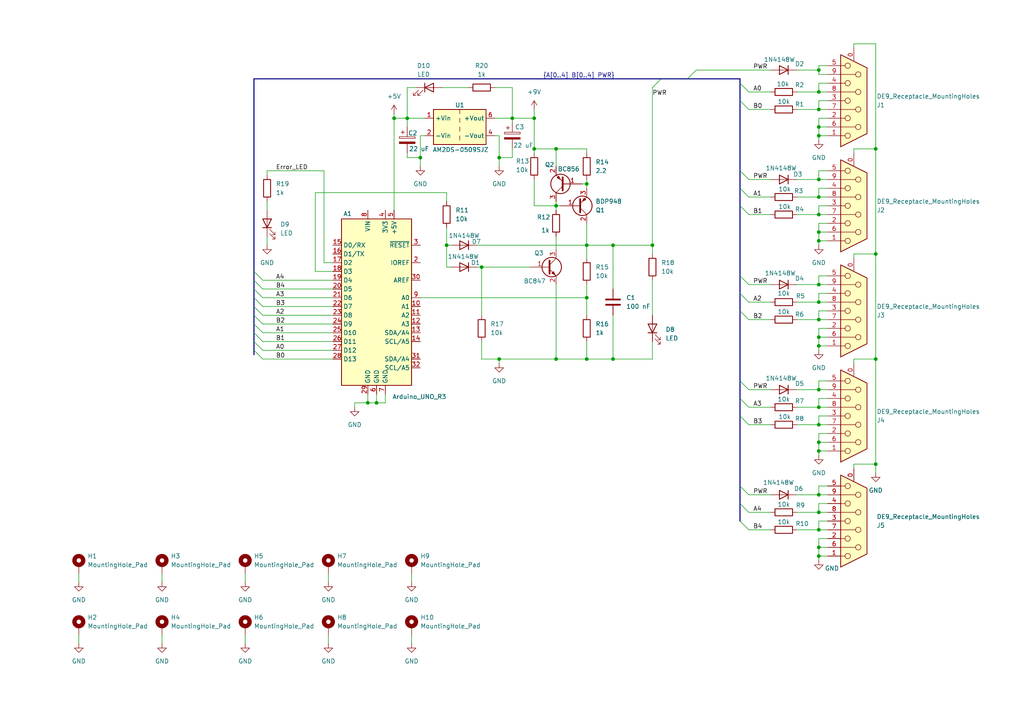
<source format=kicad_sch>
(kicad_sch (version 20250114) (generator "eeschema") (generator_version "9.0")
  (paper "A4")
  (title_block (title "Coordinate Measurement Arm Logic Board") (date "2024-07-18") (rev "0.1") (company "HTW Dresden"))
  (junction (at 237.49 57.15))
  (junction (at 170.18 71.12))
  (junction (at 148.59 34.29))
  (junction (at 154.94 43.18))
  (junction (at 237.49 39.37))
  (junction (at 237.49 20.32))
  (junction (at 177.8 104.14))
  (junction (at 237.49 52.07))
  (junction (at 254 43.18))
  (junction (at 121.92 45.72))
  (junction (at 237.49 26.67))
  (junction (at 154.94 34.29))
  (junction (at 237.49 148.59))
  (junction (at 237.49 153.67))
  (junction (at 170.18 86.36))
  (junction (at 139.7 77.47))
  (junction (at 237.49 69.85))
  (junction (at 170.18 104.14))
  (junction (at 237.49 161.29))
  (junction (at 237.49 82.55))
  (junction (at 237.49 92.71))
  (junction (at 237.49 113.03))
  (junction (at 237.49 62.23))
  (junction (at 161.29 59.69))
  (junction (at 254 104.14))
  (junction (at 237.49 36.83))
  (junction (at 109.22 116.84))
  (junction (at 237.49 100.33))
  (junction (at 170.18 53.34))
  (junction (at 161.29 104.14))
  (junction (at 237.49 87.63))
  (junction (at 237.49 97.79))
  (junction (at 237.49 123.19))
  (junction (at 189.23 71.12))
  (junction (at 237.49 31.75))
  (junction (at 237.49 128.27))
  (junction (at 254 73.66))
  (junction (at 237.49 118.11))
  (junction (at 114.3 34.29))
  (junction (at 118.11 34.29))
  (junction (at 129.54 71.12))
  (junction (at 161.29 43.18))
  (junction (at 237.49 158.75))
  (junction (at 144.78 104.14))
  (junction (at 237.49 143.51))
  (junction (at 177.8 71.12))
  (junction (at 254 134.62))
  (junction (at 144.78 45.72))
  (junction (at 237.49 130.81))
  (junction (at 237.49 67.31))
  (junction (at 106.68 116.84))
  (bus_entry (at 214.63 59.69) (size 2.54 2.54))
  (bus_entry (at 73.66 93.98) (size 2.54 2.54))
  (bus_entry (at 73.66 88.9) (size 2.54 2.54))
  (bus_entry (at 214.63 90.17) (size 2.54 2.54))
  (bus_entry (at 214.63 29.21) (size 2.54 2.54))
  (bus_entry (at 214.63 85.09) (size 2.54 2.54))
  (bus_entry (at 73.66 99.06) (size 2.54 2.54))
  (bus_entry (at 214.63 80.01) (size 2.54 2.54))
  (bus_entry (at 214.63 24.13) (size 2.54 2.54))
  (bus_entry (at 73.66 83.82) (size 2.54 2.54))
  (bus_entry (at 73.66 86.36) (size 2.54 2.54))
  (bus_entry (at 214.63 54.61) (size 2.54 2.54))
  (bus_entry (at 73.66 96.52) (size 2.54 2.54))
  (bus_entry (at 191.77 22.86) (size -2.54 2.54))
  (bus_entry (at 73.66 91.44) (size 2.54 2.54))
  (bus_entry (at 214.63 120.65) (size 2.54 2.54))
  (bus_entry (at 214.63 115.57) (size 2.54 2.54))
  (bus_entry (at 73.66 101.6) (size 2.54 2.54))
  (bus_entry (at 214.63 146.05) (size 2.54 2.54))
  (bus_entry (at 73.66 81.28) (size 2.54 2.54))
  (bus_entry (at 199.39 22.86) (size 2.54 -2.54))
  (bus_entry (at 214.63 110.49) (size 2.54 2.54))
  (bus_entry (at 73.66 78.74) (size 2.54 2.54))
  (bus_entry (at 214.63 151.13) (size 2.54 2.54))
  (bus_entry (at 214.63 140.97) (size 2.54 2.54))
  (bus_entry (at 214.63 49.53) (size 2.54 2.54))
  (wire (pts (xy 237.49 20.32) (xy 237.49 19.05)))
  (wire (pts (xy 237.49 36.83) (xy 240.03 36.83)))
  (wire (pts (xy 240.03 153.67) (xy 237.49 153.67)))
  (wire (pts (xy 114.3 60.96) (xy 114.3 34.29)))
  (wire (pts (xy 240.03 57.15) (xy 237.49 57.15)))
  (wire (pts (xy 217.17 82.55) (xy 223.52 82.55)))
  (wire (pts (xy 240.03 130.81) (xy 237.49 130.81)))
  (wire (pts (xy 237.49 125.73) (xy 237.49 128.27)))
  (wire (pts (xy 161.29 59.69) (xy 154.94 59.69)))
  (wire (pts (xy 237.49 161.29) (xy 237.49 162.56)))
  (wire (pts (xy 118.11 34.29) (xy 118.11 36.83)))
  (wire (pts (xy 161.29 59.69) (xy 161.29 60.96)))
  (wire (pts (xy 170.18 64.77) (xy 170.18 71.12)))
  (wire (pts (xy 76.2 93.98) (xy 96.52 93.98)))
  (wire (pts (xy 247.65 104.14) (xy 254 104.14)))
  (wire (pts (xy 118.11 45.72) (xy 121.92 45.72)))
  (wire (pts (xy 129.54 77.47) (xy 130.81 77.47)))
  (wire (pts (xy 217.17 26.67) (xy 223.52 26.67)))
  (bus (pts (xy 73.66 81.28) (xy 73.66 83.82)))
  (wire (pts (xy 22.86 184.15) (xy 22.86 186.69)))
  (wire (pts (xy 217.17 62.23) (xy 223.52 62.23)))
  (wire (pts (xy 106.68 116.84) (xy 102.87 116.84)))
  (bus (pts (xy 73.66 96.52) (xy 73.66 99.06)))
  (wire (pts (xy 240.03 123.19) (xy 237.49 123.19)))
  (wire (pts (xy 201.93 20.32) (xy 223.52 20.32)))
  (wire (pts (xy 240.03 156.21) (xy 237.49 156.21)))
  (bus (pts (xy 214.63 22.86) (xy 214.63 24.13)))
  (wire (pts (xy 144.78 39.37) (xy 144.78 45.72)))
  (wire (pts (xy 237.49 82.55) (xy 237.49 80.01)))
  (wire (pts (xy 231.14 92.71) (xy 237.49 92.71)))
  (bus (pts (xy 214.63 146.05) (xy 214.63 151.13)))
  (wire (pts (xy 240.03 100.33) (xy 237.49 100.33)))
  (wire (pts (xy 247.65 12.7) (xy 247.65 13.97)))
  (bus (pts (xy 73.66 22.86) (xy 73.66 78.74)))
  (wire (pts (xy 76.2 88.9) (xy 96.52 88.9)))
  (wire (pts (xy 237.49 146.05) (xy 240.03 146.05)))
  (wire (pts (xy 237.49 120.65) (xy 240.03 120.65)))
  (wire (pts (xy 91.44 78.74) (xy 96.52 78.74)))
  (bus (pts (xy 214.63 120.65) (xy 214.63 140.97)))
  (wire (pts (xy 138.43 71.12) (xy 170.18 71.12)))
  (wire (pts (xy 240.03 52.07) (xy 237.49 52.07)))
  (wire (pts (xy 237.49 31.75) (xy 237.49 29.21)))
  (wire (pts (xy 247.65 135.89) (xy 247.65 134.62)))
  (wire (pts (xy 148.59 34.29) (xy 154.94 34.29)))
  (wire (pts (xy 170.18 104.14) (xy 177.8 104.14)))
  (wire (pts (xy 170.18 53.34) (xy 170.18 54.61)))
  (wire (pts (xy 254 73.66) (xy 254 43.18)))
  (bus (pts (xy 73.66 101.6) (xy 73.66 102.87)))
  (wire (pts (xy 237.49 113.03) (xy 237.49 110.49)))
  (wire (pts (xy 237.49 146.05) (xy 237.49 148.59)))
  (wire (pts (xy 237.49 19.05) (xy 240.03 19.05)))
  (wire (pts (xy 217.17 113.03) (xy 223.52 113.03)))
  (wire (pts (xy 231.14 148.59) (xy 237.49 148.59)))
  (wire (pts (xy 129.54 71.12) (xy 130.81 71.12)))
  (wire (pts (xy 217.17 123.19) (xy 223.52 123.19)))
  (wire (pts (xy 119.38 166.37) (xy 119.38 168.91)))
  (wire (pts (xy 76.2 86.36) (xy 96.52 86.36)))
  (wire (pts (xy 161.29 104.14) (xy 170.18 104.14)))
  (wire (pts (xy 240.03 82.55) (xy 237.49 82.55)))
  (wire (pts (xy 121.92 48.26) (xy 121.92 45.72)))
  (wire (pts (xy 240.03 21.59) (xy 237.49 21.59)))
  (wire (pts (xy 254 43.18) (xy 254 12.7)))
  (wire (pts (xy 189.23 81.28) (xy 189.23 91.44)))
  (wire (pts (xy 217.17 118.11) (xy 223.52 118.11)))
  (wire (pts (xy 237.49 49.53) (xy 240.03 49.53)))
  (wire (pts (xy 237.49 128.27) (xy 240.03 128.27)))
  (wire (pts (xy 217.17 153.67) (xy 223.52 153.67)))
  (wire (pts (xy 177.8 91.44) (xy 177.8 104.14)))
  (wire (pts (xy 237.49 95.25) (xy 237.49 97.79)))
  (bus (pts (xy 73.66 93.98) (xy 73.66 96.52)))
  (wire (pts (xy 217.17 31.75) (xy 223.52 31.75)))
  (wire (pts (xy 77.47 71.12) (xy 77.47 68.58)))
  (wire (pts (xy 139.7 104.14) (xy 144.78 104.14)))
  (wire (pts (xy 114.3 33.02) (xy 114.3 34.29)))
  (wire (pts (xy 22.86 166.37) (xy 22.86 168.91)))
  (wire (pts (xy 240.03 143.51) (xy 237.49 143.51)))
  (wire (pts (xy 106.68 116.84) (xy 109.22 116.84)))
  (wire (pts (xy 237.49 128.27) (xy 237.49 130.81)))
  (wire (pts (xy 95.25 166.37) (xy 95.25 168.91)))
  (wire (pts (xy 240.03 92.71) (xy 237.49 92.71)))
  (wire (pts (xy 237.49 29.21) (xy 240.03 29.21)))
  (wire (pts (xy 237.49 115.57) (xy 240.03 115.57)))
  (wire (pts (xy 77.47 50.8) (xy 77.47 49.53)))
  (wire (pts (xy 237.49 158.75) (xy 240.03 158.75)))
  (wire (pts (xy 240.03 113.03) (xy 237.49 113.03)))
  (wire (pts (xy 154.94 52.07) (xy 154.94 59.69)))
  (wire (pts (xy 177.8 71.12) (xy 189.23 71.12)))
  (wire (pts (xy 254 134.62) (xy 254 104.14)))
  (wire (pts (xy 237.49 62.23) (xy 237.49 59.69)))
  (wire (pts (xy 237.49 54.61) (xy 237.49 57.15)))
  (wire (pts (xy 237.49 59.69) (xy 240.03 59.69)))
  (wire (pts (xy 237.49 67.31) (xy 240.03 67.31)))
  (wire (pts (xy 217.17 87.63) (xy 223.52 87.63)))
  (wire (pts (xy 231.14 62.23) (xy 237.49 62.23)))
  (wire (pts (xy 118.11 25.4) (xy 118.11 34.29)))
  (wire (pts (xy 154.94 43.18) (xy 161.29 43.18)))
  (bus (pts (xy 214.63 80.01) (xy 214.63 85.09)))
  (wire (pts (xy 71.12 166.37) (xy 71.12 168.91)))
  (wire (pts (xy 247.65 134.62) (xy 254 134.62)))
  (wire (pts (xy 254 12.7) (xy 247.65 12.7)))
  (wire (pts (xy 161.29 58.42) (xy 161.29 59.69)))
  (bus (pts (xy 214.63 49.53) (xy 214.63 54.61)))
  (wire (pts (xy 170.18 71.12) (xy 177.8 71.12)))
  (wire (pts (xy 217.17 148.59) (xy 223.52 148.59)))
  (wire (pts (xy 240.03 161.29) (xy 237.49 161.29)))
  (bus (pts (xy 73.66 86.36) (xy 73.66 88.9)))
  (wire (pts (xy 144.78 45.72) (xy 148.59 45.72)))
  (wire (pts (xy 76.2 104.14) (xy 96.52 104.14)))
  (wire (pts (xy 109.22 116.84) (xy 111.76 116.84)))
  (wire (pts (xy 231.14 123.19) (xy 237.49 123.19)))
  (wire (pts (xy 76.2 81.28) (xy 96.52 81.28)))
  (wire (pts (xy 237.49 115.57) (xy 237.49 118.11)))
  (wire (pts (xy 237.49 130.81) (xy 237.49 132.08)))
  (wire (pts (xy 231.14 20.32) (xy 237.49 20.32)))
  (wire (pts (xy 237.49 156.21) (xy 237.49 158.75)))
  (wire (pts (xy 247.65 74.93) (xy 247.65 73.66)))
  (wire (pts (xy 237.49 24.13) (xy 237.49 26.67)))
  (wire (pts (xy 231.14 57.15) (xy 237.49 57.15)))
  (wire (pts (xy 237.49 97.79) (xy 237.49 100.33)))
  (wire (pts (xy 237.49 21.59) (xy 237.49 20.32)))
  (bus (pts (xy 214.63 54.61) (xy 214.63 59.69)))
  (wire (pts (xy 240.03 118.11) (xy 237.49 118.11)))
  (wire (pts (xy 76.2 83.82) (xy 96.52 83.82)))
  (wire (pts (xy 76.2 96.52) (xy 96.52 96.52)))
  (bus (pts (xy 73.66 78.74) (xy 73.66 81.28)))
  (wire (pts (xy 237.49 39.37) (xy 237.49 40.64)))
  (wire (pts (xy 154.94 34.29) (xy 154.94 43.18)))
  (wire (pts (xy 154.94 31.75) (xy 154.94 34.29)))
  (bus (pts (xy 214.63 29.21) (xy 214.63 49.53)))
  (wire (pts (xy 170.18 71.12) (xy 170.18 74.93)))
  (wire (pts (xy 162.56 59.69) (xy 161.29 59.69)))
  (wire (pts (xy 237.49 36.83) (xy 237.49 39.37)))
  (wire (pts (xy 247.65 44.45) (xy 247.65 43.18)))
  (wire (pts (xy 247.65 43.18) (xy 254 43.18)))
  (wire (pts (xy 217.17 52.07) (xy 223.52 52.07)))
  (wire (pts (xy 240.03 62.23) (xy 237.49 62.23)))
  (wire (pts (xy 95.25 184.15) (xy 95.25 186.69)))
  (wire (pts (xy 148.59 34.29) (xy 148.59 35.56)))
  (wire (pts (xy 148.59 34.29) (xy 148.59 25.4)))
  (wire (pts (xy 237.49 85.09) (xy 237.49 87.63)))
  (wire (pts (xy 231.14 26.67) (xy 237.49 26.67)))
  (wire (pts (xy 139.7 77.47) (xy 153.67 77.47)))
  (bus (pts (xy 214.63 110.49) (xy 214.63 115.57)))
  (wire (pts (xy 237.49 140.97) (xy 240.03 140.97)))
  (wire (pts (xy 254 134.62) (xy 254 137.16)))
  (wire (pts (xy 144.78 104.14) (xy 161.29 104.14)))
  (wire (pts (xy 231.14 87.63) (xy 237.49 87.63)))
  (wire (pts (xy 240.03 87.63) (xy 237.49 87.63)))
  (wire (pts (xy 240.03 31.75) (xy 237.49 31.75)))
  (wire (pts (xy 237.49 110.49) (xy 240.03 110.49)))
  (wire (pts (xy 77.47 49.53) (xy 93.98 49.53)))
  (bus (pts (xy 214.63 90.17) (xy 214.63 110.49)))
  (wire (pts (xy 121.92 86.36) (xy 170.18 86.36)))
  (wire (pts (xy 93.98 76.2) (xy 96.52 76.2)))
  (wire (pts (xy 91.44 55.88) (xy 91.44 78.74)))
  (wire (pts (xy 109.22 114.3) (xy 109.22 116.84)))
  (wire (pts (xy 237.49 24.13) (xy 240.03 24.13)))
  (wire (pts (xy 121.92 45.72) (xy 121.92 39.37)))
  (wire (pts (xy 237.49 34.29) (xy 237.49 36.83)))
  (bus (pts (xy 73.66 22.86) (xy 191.77 22.86)))
  (wire (pts (xy 240.03 64.77) (xy 237.49 64.77)))
  (bus (pts (xy 73.66 91.44) (xy 73.66 93.98)))
  (wire (pts (xy 111.76 114.3) (xy 111.76 116.84)))
  (wire (pts (xy 143.51 34.29) (xy 148.59 34.29)))
  (bus (pts (xy 214.63 24.13) (xy 214.63 29.21)))
  (wire (pts (xy 237.49 69.85) (xy 237.49 71.12)))
  (wire (pts (xy 237.49 64.77) (xy 237.49 67.31)))
  (wire (pts (xy 119.38 184.15) (xy 119.38 186.69)))
  (bus (pts (xy 73.66 99.06) (xy 73.66 101.6)))
  (wire (pts (xy 144.78 48.26) (xy 144.78 45.72)))
  (wire (pts (xy 121.92 39.37) (xy 123.19 39.37)))
  (wire (pts (xy 237.49 52.07) (xy 237.49 49.53)))
  (wire (pts (xy 240.03 34.29) (xy 237.49 34.29)))
  (wire (pts (xy 170.18 43.18) (xy 170.18 44.45)))
  (wire (pts (xy 237.49 85.09) (xy 240.03 85.09)))
  (bus (pts (xy 191.77 22.86) (xy 199.39 22.86)))
  (wire (pts (xy 231.14 143.51) (xy 237.49 143.51)))
  (bus (pts (xy 73.66 83.82) (xy 73.66 86.36)))
  (wire (pts (xy 237.49 54.61) (xy 240.03 54.61)))
  (wire (pts (xy 77.47 60.96) (xy 77.47 58.42)))
  (wire (pts (xy 247.65 105.41) (xy 247.65 104.14)))
  (wire (pts (xy 120.65 25.4) (xy 118.11 25.4)))
  (wire (pts (xy 139.7 99.06) (xy 139.7 104.14)))
  (wire (pts (xy 76.2 101.6) (xy 96.52 101.6)))
  (wire (pts (xy 161.29 43.18) (xy 161.29 48.26)))
  (wire (pts (xy 71.12 184.15) (xy 71.12 186.69)))
  (wire (pts (xy 189.23 104.14) (xy 177.8 104.14)))
  (wire (pts (xy 237.49 143.51) (xy 237.49 140.97)))
  (wire (pts (xy 170.18 82.55) (xy 170.18 86.36)))
  (wire (pts (xy 76.2 91.44) (xy 96.52 91.44)))
  (wire (pts (xy 231.14 31.75) (xy 237.49 31.75)))
  (wire (pts (xy 144.78 105.41) (xy 144.78 104.14)))
  (wire (pts (xy 189.23 25.4) (xy 189.23 71.12)))
  (wire (pts (xy 189.23 71.12) (xy 189.23 73.66)))
  (wire (pts (xy 114.3 34.29) (xy 118.11 34.29)))
  (wire (pts (xy 148.59 25.4) (xy 143.51 25.4)))
  (wire (pts (xy 170.18 99.06) (xy 170.18 104.14)))
  (wire (pts (xy 240.03 125.73) (xy 237.49 125.73)))
  (wire (pts (xy 217.17 143.51) (xy 223.52 143.51)))
  (wire (pts (xy 240.03 148.59) (xy 237.49 148.59)))
  (wire (pts (xy 177.8 71.12) (xy 177.8 83.82)))
  (wire (pts (xy 93.98 49.53) (xy 93.98 76.2)))
  (wire (pts (xy 139.7 77.47) (xy 139.7 91.44)))
  (wire (pts (xy 129.54 55.88) (xy 91.44 55.88)))
  (wire (pts (xy 237.49 90.17) (xy 240.03 90.17)))
  (wire (pts (xy 143.51 39.37) (xy 144.78 39.37)))
  (wire (pts (xy 237.49 123.19) (xy 237.49 120.65)))
  (bus (pts (xy 214.63 115.57) (xy 214.63 120.65)))
  (wire (pts (xy 237.49 158.75) (xy 237.49 161.29)))
  (wire (pts (xy 46.99 166.37) (xy 46.99 168.91)))
  (wire (pts (xy 46.99 184.15) (xy 46.99 186.69)))
  (wire (pts (xy 129.54 77.47) (xy 129.54 71.12)))
  (wire (pts (xy 231.14 82.55) (xy 237.49 82.55)))
  (wire (pts (xy 106.68 114.3) (xy 106.68 116.84)))
  (wire (pts (xy 135.89 25.4) (xy 128.27 25.4)))
  (bus (pts (xy 214.63 85.09) (xy 214.63 90.17)))
  (wire (pts (xy 154.94 43.18) (xy 154.94 44.45)))
  (wire (pts (xy 237.49 92.71) (xy 237.49 90.17)))
  (wire (pts (xy 168.91 53.34) (xy 170.18 53.34)))
  (bus (pts (xy 214.63 140.97) (xy 214.63 146.05)))
  (bus (pts (xy 199.39 22.86) (xy 214.63 22.86)))
  (wire (pts (xy 170.18 52.07) (xy 170.18 53.34)))
  (wire (pts (xy 118.11 44.45) (xy 118.11 45.72)))
  (wire (pts (xy 148.59 43.18) (xy 148.59 45.72)))
  (wire (pts (xy 231.14 153.67) (xy 237.49 153.67)))
  (wire (pts (xy 170.18 86.36) (xy 170.18 91.44)))
  (wire (pts (xy 189.23 99.06) (xy 189.23 104.14)))
  (wire (pts (xy 237.49 151.13) (xy 240.03 151.13)))
  (wire (pts (xy 129.54 58.42) (xy 129.54 55.88)))
  (bus (pts (xy 214.63 59.69) (xy 214.63 80.01)))
  (wire (pts (xy 231.14 52.07) (xy 237.49 52.07)))
  (wire (pts (xy 161.29 82.55) (xy 161.29 104.14)))
  (wire (pts (xy 217.17 92.71) (xy 223.52 92.71)))
  (wire (pts (xy 237.49 67.31) (xy 237.49 69.85)))
  (wire (pts (xy 240.03 95.25) (xy 237.49 95.25)))
  (wire (pts (xy 237.49 80.01) (xy 240.03 80.01)))
  (wire (pts (xy 237.49 100.33) (xy 237.49 101.6)))
  (wire (pts (xy 247.65 73.66) (xy 254 73.66)))
  (wire (pts (xy 76.2 99.06) (xy 96.52 99.06)))
  (wire (pts (xy 102.87 116.84) (xy 102.87 118.11)))
  (wire (pts (xy 161.29 43.18) (xy 170.18 43.18)))
  (wire (pts (xy 217.17 57.15) (xy 223.52 57.15)))
  (wire (pts (xy 138.43 77.47) (xy 139.7 77.47)))
  (wire (pts (xy 237.49 97.79) (xy 240.03 97.79)))
  (wire (pts (xy 231.14 118.11) (xy 237.49 118.11)))
  (wire (pts (xy 161.29 68.58) (xy 161.29 72.39)))
  (wire (pts (xy 240.03 39.37) (xy 237.49 39.37)))
  (wire (pts (xy 254 104.14) (xy 254 73.66)))
  (wire (pts (xy 237.49 151.13) (xy 237.49 153.67)))
  (bus (pts (xy 73.66 88.9) (xy 73.66 91.44)))
  (wire (pts (xy 240.03 69.85) (xy 237.49 69.85)))
  (wire (pts (xy 240.03 26.67) (xy 237.49 26.67)))
  (wire (pts (xy 129.54 66.04) (xy 129.54 71.12)))
  (wire (pts (xy 118.11 34.29) (xy 123.19 34.29)))
  (wire (pts (xy 231.14 113.03) (xy 237.49 113.03)))
  (label "B1" (at 80.01 99.06 0))
  (label "A3" (at 218.44 118.11 0))
  (label "B2" (at 80.01 93.98 0))
  (label "A2" (at 218.44 87.63 0))
  (label "PWR" (at 218.44 52.07 0))
  (label "{A[0..4] B[0..4] PWR}" (at 157.48 22.86 0))
  (label "PWR" (at 189.23 27.94 0))
  (label "A4" (at 80.01 81.28 0))
  (label "A2" (at 80.01 91.44 0))
  (label "PWR" (at 218.44 82.55 0))
  (label "B2" (at 218.44 92.71 0))
  (label "PWR" (at 218.44 113.03 0))
  (label "B0" (at 218.44 31.75 0))
  (label "PWR" (at 218.44 143.51 0))
  (label "PWR" (at 218.44 20.32 0))
  (label "A1" (at 80.01 96.52 0))
  (label "B3" (at 80.01 88.9 0))
  (label "A1" (at 218.44 57.15 0))
  (label "B3" (at 218.44 123.19 0))
  (label "A0" (at 80.01 101.6 0))
  (label "A0" (at 218.44 26.67 0))
  (label "B1" (at 218.44 62.23 0))
  (label "Error_LED" (at 80.01 49.53 0))
  (label "A4" (at 218.44 148.59 0))
  (label "A3" (at 80.01 86.36 0))
  (label "B4" (at 218.44 153.67 0))
  (label "B4" (at 80.01 83.82 0))
  (label "B0" (at 80.01 104.14 0))
  (symbol (lib_id "power:GND") (at 237.49 40.64 0) (unit 1)
    (property "Reference" "#PWR06" (effects (hide yes)))
    (property "Value" "GND" (at 237.49 45.72 0))
    (property "Description" "Power symbol creates a global label with name \"GND\" , ground" (effects (hide yes)))
  )
  (symbol (lib_id "power:GND") (at 237.49 71.12 0) (unit 1)
    (property "Reference" "#PWR05" (effects (hide yes)))
    (property "Value" "GND" (at 237.49 76.2 0))
    (property "Description" "Power symbol creates a global label with name \"GND\" , ground" (effects (hide yes)))
  )
  (symbol (lib_id "power:+9V") (at 154.94 31.75 0) (unit 1)
    (property "Reference" "#PWR013" (effects (hide yes)))
    (property "Value" "+9V" (at 154.94 26.67 0))
    (property "Description" "Power symbol creates a global label with name \"+9V\"" (effects (hide yes)))
  )
  (symbol (lib_id "Connector:DE9_Receptacle_MountingHoles") (at 247.65 59.69 0) (mirror x) (unit 1)
    (property "Reference" "J2" (at 254.254 60.96 0) (effects (justify left)))
    (property "Value" "DE9_Receptacle_MountingHoles" (at 254.254 58.42 0) (effects (justify left)))
    (property "Footprint" "Connector_Dsub:DSUB-9_Socket_Horizontal_P2.77x2.84mm_EdgePinOffset7.70mm_Housed_MountingHolesOffset9.12mm" (effects (hide yes)))
    (property "Description" "9-pin female receptacle socket D-SUB connector, Mounting Hole" (effects (hide yes)))
    (property "Reichelt.de" "D-SUB BU 09EU" (effects (hide yes)))
  )
  (symbol (lib_id "Diode:1N4148W") (at 134.62 71.12 180) (unit 1)
    (property "Reference" "D7" (at 138.176 70.104 0))
    (property "Value" "1N4148W" (at 134.62 68.326 0))
    (property "Footprint" "Diode_SMD:D_SOD-123" (effects (hide yes)))
    (property "Datasheet" "https://www.vishay.com/docs/85748/1n4148w.pdf" (effects (hide yes)))
    (property "Description" "75V 0.15A Fast Switching Diode, SOD-123" (effects (hide yes)))
    (property "Sim.Device" "D" (effects (hide yes)))
    (property "Sim.Pins" "1=K 2=A" (effects (hide yes)))
    (property "Reichelt.de" "1N 4148W DIO" (effects (hide yes)))
  )
  (symbol (lib_id "Device:LED") (at 124.46 25.4 0) (unit 1)
    (property "Reference" "D10" (at 122.8725 19.05 0))
    (property "Value" "LED" (at 122.8725 21.59 0))
    (property "Footprint" "LED_THT:LED_D5.0mm" (effects (hide yes)))
    (property "Description" "Light emitting diode" (effects (hide yes)))
    (property "Reichelt.de" "QUAD 2111O179" (effects (hide yes)))
  )
  (symbol (lib_id "Device:R") (at 227.33 148.59 90) (unit 1)
    (property "Reference" "R9" (at 232.156 146.558 90))
    (property "Value" "10k" (at 227.33 146.304 90))
    (property "Footprint" "Resistor_SMD:R_0805_2012Metric" (effects (hide yes)))
    (property "Datasheet" "https://cdn-reichelt.de/documents/datenblatt/B400/SMD-1206_SMD-0805_SMD-0603%23YAG.pdf" (effects (hide yes)))
    (property "Description" "Resistor" (effects (hide yes)))
    (property "Reichelt.de" "SMD-0805 10,0K" (effects (hide yes)))
  )
  (symbol (lib_id "Connector:DE9_Receptacle_MountingHoles") (at 247.65 29.21 0) (mirror x) (unit 1)
    (property "Reference" "J1" (at 254.254 30.48 0) (effects (justify left)))
    (property "Value" "DE9_Receptacle_MountingHoles" (at 254.254 27.94 0) (effects (justify left)))
    (property "Footprint" "Connector_Dsub:DSUB-9_Socket_Horizontal_P2.77x2.84mm_EdgePinOffset7.70mm_Housed_MountingHolesOffset9.12mm" (effects (hide yes)))
    (property "Description" "9-pin female receptacle socket D-SUB connector, Mounting Hole" (effects (hide yes)))
    (property "Reichelt.de" "D-SUB BU 09EU" (effects (hide yes)))
  )
  (symbol (lib_id "power:GND") (at 119.38 168.91 0) (unit 1)
    (property "Reference" "#PWR022" (effects (hide yes)))
    (property "Value" "GND" (at 119.38 173.99 0))
    (property "Description" "Power symbol creates a global label with name \"GND\" , ground" (effects (hide yes)))
  )
  (symbol (lib_id "Device:R") (at 227.33 153.67 90) (unit 1)
    (property "Reference" "R10" (at 232.664 151.892 90))
    (property "Value" "10k" (at 227.33 151.384 90))
    (property "Footprint" "Resistor_SMD:R_0805_2012Metric" (effects (hide yes)))
    (property "Datasheet" "https://cdn-reichelt.de/documents/datenblatt/B400/SMD-1206_SMD-0805_SMD-0603%23YAG.pdf" (effects (hide yes)))
    (property "Description" "Resistor" (effects (hide yes)))
    (property "Reichelt.de" "SMD-0805 10,0K" (effects (hide yes)))
  )
  (symbol (lib_id "Mechanical:MountingHole_Pad") (at 95.25 181.61 0) (unit 1) (exclude_from_sim yes) (in_bom no)
    (property "Reference" "H8" (at 97.79 179.0699 0) (effects (justify left)))
    (property "Value" "MountingHole_Pad" (at 97.79 181.6099 0) (effects (justify left)))
    (property "Footprint" "MountingHole:MountingHole_3.2mm_M3_Pad_Via" (effects (hide yes)))
    (property "Description" "Mounting Hole with connection" (effects (hide yes)))
  )
  (symbol (lib_id "Device:R") (at 129.54 62.23 180) (unit 1)
    (property "Reference" "R11" (at 132.08 60.9599 0) (effects (justify right)))
    (property "Value" "10k" (at 132.08 63.4999 0) (effects (justify right)))
    (property "Footprint" "Resistor_SMD:R_0805_2012Metric" (effects (hide yes)))
    (property "Datasheet" "https://cdn-reichelt.de/documents/datenblatt/B400/SMD-1206_SMD-0805_SMD-0603%23YAG.pdf" (effects (hide yes)))
    (property "Description" "Resistor" (effects (hide yes)))
    (property "Reichelt.de" "SMD-0805 10,0K" (effects (hide yes)))
  )
  (symbol (lib_id "power:GND") (at 22.86 168.91 0) (unit 1)
    (property "Reference" "#PWR014" (effects (hide yes)))
    (property "Value" "GND" (at 22.86 173.99 0))
    (property "Description" "Power symbol creates a global label with name \"GND\" , ground" (effects (hide yes)))
  )
  (symbol (lib_id "power:GND") (at 71.12 168.91 0) (unit 1)
    (property "Reference" "#PWR015" (effects (hide yes)))
    (property "Value" "GND" (at 71.12 173.99 0))
    (property "Description" "Power symbol creates a global label with name \"GND\" , ground" (effects (hide yes)))
  )
  (symbol (lib_id "power:GND") (at 254 137.16 0) (unit 1)
    (property "Reference" "#PWR07" (effects (hide yes)))
    (property "Value" "GND" (at 254 142.24 0))
    (property "Description" "Power symbol creates a global label with name \"GND\" , ground" (effects (hide yes)))
  )
  (symbol (lib_id "Diode:1N4148W") (at 227.33 52.07 180) (unit 1)
    (property "Reference" "D3" (at 231.394 50.546 0))
    (property "Value" "1N4148W" (at 226.568 48.768 0))
    (property "Footprint" "Diode_SMD:D_SOD-123" (effects (hide yes)))
    (property "Datasheet" "https://www.vishay.com/docs/85748/1n4148w.pdf" (effects (hide yes)))
    (property "Description" "75V 0.15A Fast Switching Diode, SOD-123" (effects (hide yes)))
    (property "Sim.Device" "D" (effects (hide yes)))
    (property "Sim.Pins" "1=K 2=A" (effects (hide yes)))
    (property "Reichelt.de" "1N 4148W DIO" (effects (hide yes)))
  )
  (symbol (lib_id "Mechanical:MountingHole_Pad") (at 22.86 181.61 0) (unit 1) (exclude_from_sim yes) (in_bom no)
    (property "Reference" "H2" (at 25.4 179.0699 0) (effects (justify left)))
    (property "Value" "MountingHole_Pad" (at 25.4 181.6099 0) (effects (justify left)))
    (property "Footprint" "MountingHole:MountingHole_3.2mm_M3_Pad_Via" (effects (hide yes)))
    (property "Description" "Mounting Hole with connection" (effects (hide yes)))
  )
  (symbol (lib_id "Device:LED") (at 189.23 95.25 90) (unit 1)
    (property "Reference" "D8" (at 193.04 95.5674 90) (effects (justify right)))
    (property "Value" "LED" (at 193.04 98.1074 90) (effects (justify right)))
    (property "Footprint" "LED_THT:LED_D5.0mm" (effects (hide yes)))
    (property "Description" "Light emitting diode" (effects (hide yes)))
    (property "Reichelt.de" "QUAD 2111O181" (effects (hide yes)))
  )
  (symbol (lib_id "Device:R") (at 227.33 118.11 90) (unit 1)
    (property "Reference" "R7" (at 231.902 116.332 90))
    (property "Value" "10k" (at 227.33 115.824 90))
    (property "Footprint" "Resistor_SMD:R_0805_2012Metric" (effects (hide yes)))
    (property "Datasheet" "https://cdn-reichelt.de/documents/datenblatt/B400/SMD-1206_SMD-0805_SMD-0603%23YAG.pdf" (effects (hide yes)))
    (property "Description" "Resistor" (effects (hide yes)))
    (property "Reichelt.de" "SMD-0805 10,0K" (effects (hide yes)))
  )
  (symbol (lib_id "power:GND") (at 22.86 186.69 0) (unit 1)
    (property "Reference" "#PWR016" (effects (hide yes)))
    (property "Value" "GND" (at 22.86 191.77 0))
    (property "Description" "Power symbol creates a global label with name \"GND\" , ground" (effects (hide yes)))
  )
  (symbol (lib_id "Device:C_Polarized") (at 118.11 40.64 0) (unit 1)
    (property "Reference" "C2" (at 118.364 38.608 0) (effects (justify left)))
    (property "Value" "22 uF" (at 118.618 43.18 0) (effects (justify left)))
    (property "Footprint" "Capacitor_THT:CP_Radial_D5.0mm_P2.00mm" (effects (hide yes)))
    (property "Description" "Polarized capacitor" (effects (hide yes)))
    (property "Reichelt.de" "RAD 22/35" (effects (hide yes)))
  )
  (symbol (lib_id "Diode:1N4148W") (at 227.33 82.55 180) (unit 1)
    (property "Reference" "D4" (at 231.902 80.772 0))
    (property "Value" "1N4148W" (at 226.314 79.248 0))
    (property "Footprint" "Diode_SMD:D_SOD-123" (effects (hide yes)))
    (property "Datasheet" "https://www.vishay.com/docs/85748/1n4148w.pdf" (effects (hide yes)))
    (property "Description" "75V 0.15A Fast Switching Diode, SOD-123" (effects (hide yes)))
    (property "Sim.Device" "D" (effects (hide yes)))
    (property "Sim.Pins" "1=K 2=A" (effects (hide yes)))
    (property "Reichelt.de" "1N 4148W DIO" (effects (hide yes)))
  )
  (symbol (lib_id "power:GND") (at 119.38 186.69 0) (unit 1)
    (property "Reference" "#PWR023" (effects (hide yes)))
    (property "Value" "GND" (at 119.38 191.77 0))
    (property "Description" "Power symbol creates a global label with name \"GND\" , ground" (effects (hide yes)))
  )
  (symbol (lib_id "power:GND") (at 46.99 186.69 0) (unit 1)
    (property "Reference" "#PWR018" (effects (hide yes)))
    (property "Value" "GND" (at 46.99 191.77 0))
    (property "Description" "Power symbol creates a global label with name \"GND\" , ground" (effects (hide yes)))
  )
  (symbol (lib_id "power:GND") (at 144.78 48.26 0) (unit 1)
    (property "Reference" "#PWR010" (effects (hide yes)))
    (property "Value" "GND" (at 144.78 53.34 0))
    (property "Description" "Power symbol creates a global label with name \"GND\" , ground" (effects (hide yes)))
  )
  (symbol (lib_id "Device:R") (at 170.18 48.26 0) (unit 1)
    (property "Reference" "R14" (at 172.72 46.9899 0) (effects (justify left)))
    (property "Value" "2.2" (at 172.72 49.5299 0) (effects (justify left)))
    (property "Footprint" "Resistor_SMD:R_1206_3216Metric" (effects (hide yes)))
    (property "Description" "Resistor" (effects (hide yes)))
    (property "Reichelt.de" "SMD 1/4W 2,2" (effects (hide yes)))
  )
  (symbol (lib_id "Device:R") (at 189.23 77.47 180) (unit 1)
    (property "Reference" "R18" (at 191.77 76.1999 0) (effects (justify right)))
    (property "Value" "10k" (at 191.77 78.7399 0) (effects (justify right)))
    (property "Footprint" "Resistor_SMD:R_0805_2012Metric" (effects (hide yes)))
    (property "Datasheet" "https://cdn-reichelt.de/documents/datenblatt/B400/SMD-1206_SMD-0805_SMD-0603%23YAG.pdf" (effects (hide yes)))
    (property "Description" "Resistor" (effects (hide yes)))
    (property "Reichelt.de" "SMD-0805 10,0K" (effects (hide yes)))
  )
  (symbol (lib_id "Device:R") (at 227.33 26.67 90) (unit 1)
    (property "Reference" "R2" (at 231.902 24.638 90))
    (property "Value" "10k" (at 227.076 24.384 90))
    (property "Footprint" "Resistor_SMD:R_0805_2012Metric" (effects (hide yes)))
    (property "Datasheet" "https://cdn-reichelt.de/documents/datenblatt/B400/SMD-1206_SMD-0805_SMD-0603%23YAG.pdf" (effects (hide yes)))
    (property "Description" "Resistor" (effects (hide yes)))
    (property "Reichelt.de" "SMD-0805 10,0K" (effects (hide yes)))
  )
  (symbol (lib_id "Device:LED") (at 77.47 64.77 90) (unit 1)
    (property "Reference" "D9" (at 81.28 65.0874 90) (effects (justify right)))
    (property "Value" "LED" (at 81.28 67.6274 90) (effects (justify right)))
    (property "Footprint" "LED_THT:LED_D5.0mm" (effects (hide yes)))
    (property "Description" "Light emitting diode" (effects (hide yes)))
    (property "Reichelt.de" "QUAD 2111O178" (effects (hide yes)))
  )
  (symbol (lib_id "Diode:1N4148W") (at 134.62 77.47 180) (unit 1)
    (property "Reference" "D1" (at 137.922 76.2 0))
    (property "Value" "1N4148W" (at 134.366 74.422 0))
    (property "Footprint" "Diode_SMD:D_SOD-123" (effects (hide yes)))
    (property "Datasheet" "https://www.vishay.com/docs/85748/1n4148w.pdf" (effects (hide yes)))
    (property "Description" "75V 0.15A Fast Switching Diode, SOD-123" (effects (hide yes)))
    (property "Sim.Device" "D" (effects (hide yes)))
    (property "Sim.Pins" "1=K 2=A" (effects (hide yes)))
    (property "Reichelt.de" "1N 4148W DIO" (effects (hide yes)))
  )
  (symbol (lib_id "power:GND") (at 237.49 101.6 0) (unit 1)
    (property "Reference" "#PWR04" (effects (hide yes)))
    (property "Value" "GND" (at 237.49 106.68 0))
    (property "Description" "Power symbol creates a global label with name \"GND\" , ground" (effects (hide yes)))
  )
  (symbol (lib_id "power:GND") (at 144.78 105.41 0) (unit 1)
    (property "Reference" "#PWR09" (effects (hide yes)))
    (property "Value" "GND" (at 144.78 110.49 0))
    (property "Description" "Power symbol creates a global label with name \"GND\" , ground" (effects (hide yes)))
  )
  (symbol (lib_id "Mechanical:MountingHole_Pad") (at 119.38 181.61 0) (unit 1) (exclude_from_sim yes) (in_bom no)
    (property "Reference" "H10" (at 121.92 179.0699 0) (effects (justify left)))
    (property "Value" "MountingHole_Pad" (at 121.92 181.6099 0) (effects (justify left)))
    (property "Footprint" "MountingHole:MountingHole_3.2mm_M3_Pad_Via" (effects (hide yes)))
    (property "Description" "Mounting Hole with connection" (effects (hide yes)))
  )
  (symbol (lib_id "Connector:DE9_Receptacle_MountingHoles") (at 247.65 151.13 0) (mirror x) (unit 1)
    (property "Reference" "J5" (at 254.254 152.4 0) (effects (justify left)))
    (property "Value" "DE9_Receptacle_MountingHoles" (at 254.254 149.86 0) (effects (justify left)))
    (property "Footprint" "Connector_Dsub:DSUB-9_Socket_Horizontal_P2.77x2.84mm_EdgePinOffset7.70mm_Housed_MountingHolesOffset9.12mm" (effects (hide yes)))
    (property "Description" "9-pin female receptacle socket D-SUB connector, Mounting Hole" (effects (hide yes)))
    (property "Reichelt.de" "D-SUB BU 09EU" (effects (hide yes)))
  )
  (symbol (lib_id "Mechanical:MountingHole_Pad") (at 46.99 181.61 0) (unit 1) (exclude_from_sim yes) (in_bom no)
    (property "Reference" "H4" (at 49.53 179.0699 0) (effects (justify left)))
    (property "Value" "MountingHole_Pad" (at 49.53 181.6099 0) (effects (justify left)))
    (property "Footprint" "MountingHole:MountingHole_3.2mm_M3_Pad_Via" (effects (hide yes)))
    (property "Description" "Mounting Hole with connection" (effects (hide yes)))
  )
  (symbol (lib_id "power:GND") (at 77.47 71.12 0) (unit 1)
    (property "Reference" "#PWR011" (effects (hide yes)))
    (property "Value" "GND" (at 77.47 76.2 0))
    (property "Description" "Power symbol creates a global label with name \"GND\" , ground" (effects (hide yes)))
  )
  (symbol (lib_id "Diode:1N4148W") (at 227.33 113.03 180) (unit 1)
    (property "Reference" "D5" (at 231.902 111.252 0))
    (property "Value" "1N4148W" (at 226.568 109.728 0))
    (property "Footprint" "Diode_SMD:D_SOD-123" (effects (hide yes)))
    (property "Datasheet" "https://www.vishay.com/docs/85748/1n4148w.pdf" (effects (hide yes)))
    (property "Description" "75V 0.15A Fast Switching Diode, SOD-123" (effects (hide yes)))
    (property "Sim.Device" "D" (effects (hide yes)))
    (property "Sim.Pins" "1=K 2=A" (effects (hide yes)))
    (property "Reichelt.de" "1N 4148W DIO" (effects (hide yes)))
  )
  (symbol (lib_id "MCU_Module:Arduino_UNO_R3") (at 109.22 86.36 0) (unit 1)
    (property "Reference" "A1" (at 99.568 61.976 0) (effects (justify left)))
    (property "Value" "Arduino_UNO_R3" (at 113.792 115.062 0) (effects (justify left)))
    (property "Footprint" "Module:Arduino_UNO_R3" (effects (hide yes)))
    (property "Datasheet" "https://www.arduino.cc/en/Main/arduinoBoardUno" (effects (hide yes)))
    (property "Description" "Arduino UNO Microcontroller Module, release 3" (effects (hide yes)))
  )
  (symbol (lib_id "Device:R") (at 161.29 64.77 180) (unit 1)
    (property "Reference" "R12" (at 155.702 62.992 0) (effects (justify right)))
    (property "Value" "1k" (at 156.972 66.802 0) (effects (justify right)))
    (property "Footprint" "Resistor_SMD:R_0805_2012Metric" (effects (hide yes)))
    (property "Datasheet" "https://cdn-reichelt.de/documents/datenblatt/B400/SMD-1206_SMD-0805_SMD-0603%23YAG.pdf" (effects (hide yes)))
    (property "Description" "Resistor" (effects (hide yes)))
    (property "Reichelt.de" "SMD-0805 1,0K" (effects (hide yes)))
  )
  (symbol (lib_id "power:GND") (at 71.12 186.69 0) (unit 1)
    (property "Reference" "#PWR019" (effects (hide yes)))
    (property "Value" "GND" (at 71.12 191.77 0))
    (property "Description" "Power symbol creates a global label with name \"GND\" , ground" (effects (hide yes)))
  )
  (symbol (lib_id "power:+5V") (at 114.3 33.02 0) (unit 1)
    (property "Reference" "#PWR012" (effects (hide yes)))
    (property "Value" "+5V" (at 114.3 27.94 0))
    (property "Description" "Power symbol creates a global label with name \"+5V\"" (effects (hide yes)))
  )
  (symbol (lib_id "Device:C") (at 177.8 87.63 0) (unit 1)
    (property "Reference" "C1" (at 181.61 86.3599 0) (effects (justify left)))
    (property "Value" "100 nF" (at 181.61 88.8999 0) (effects (justify left)))
    (property "Footprint" "Capacitor_SMD:C_0805_2012Metric" (effects (hide yes)))
    (property "Description" "Unpolarized capacitor" (effects (hide yes)))
    (property "Reichelt.de" "X7R-G0805 100N" (effects (hide yes)))
  )
  (symbol (lib_id "Device:R") (at 227.33 123.19 90) (unit 1)
    (property "Reference" "R8" (at 231.902 121.412 90))
    (property "Value" "10k" (at 227.584 120.904 90))
    (property "Footprint" "Resistor_SMD:R_0805_2012Metric" (effects (hide yes)))
    (property "Datasheet" "https://cdn-reichelt.de/documents/datenblatt/B400/SMD-1206_SMD-0805_SMD-0603%23YAG.pdf" (effects (hide yes)))
    (property "Description" "Resistor" (effects (hide yes)))
    (property "Reichelt.de" "SMD-0805 10,0K" (effects (hide yes)))
  )
  (symbol (lib_id "Connector:DE9_Receptacle_MountingHoles") (at 247.65 120.65 0) (mirror x) (unit 1)
    (property "Reference" "J4" (at 254.254 121.92 0) (effects (justify left)))
    (property "Value" "DE9_Receptacle_MountingHoles" (at 254.254 119.38 0) (effects (justify left)))
    (property "Footprint" "Connector_Dsub:DSUB-9_Socket_Horizontal_P2.77x2.84mm_EdgePinOffset7.70mm_Housed_MountingHolesOffset9.12mm" (effects (hide yes)))
    (property "Description" "9-pin female receptacle socket D-SUB connector, Mounting Hole" (effects (hide yes)))
    (property "Reichelt.de" "D-SUB BU 09EU" (effects (hide yes)))
  )
  (symbol (lib_id "Diode:1N4148W") (at 227.33 143.51 180) (unit 1)
    (property "Reference" "D6" (at 231.648 141.732 0))
    (property "Value" "1N4148W" (at 225.806 139.954 0))
    (property "Footprint" "Diode_SMD:D_SOD-123" (effects (hide yes)))
    (property "Datasheet" "https://www.vishay.com/docs/85748/1n4148w.pdf" (effects (hide yes)))
    (property "Description" "75V 0.15A Fast Switching Diode, SOD-123" (effects (hide yes)))
    (property "Sim.Device" "D" (effects (hide yes)))
    (property "Sim.Pins" "1=K 2=A" (effects (hide yes)))
    (property "Reichelt.de" "1N 4148W DIO" (effects (hide yes)))
  )
  (symbol (lib_id "power:GND") (at 95.25 168.91 0) (unit 1)
    (property "Reference" "#PWR020" (effects (hide yes)))
    (property "Value" "GND" (at 95.25 173.99 0))
    (property "Description" "Power symbol creates a global label with name \"GND\" , ground" (effects (hide yes)))
  )
  (symbol (lib_id "power:GND") (at 121.92 48.26 0) (unit 1)
    (property "Reference" "#PWR08" (effects (hide yes)))
    (property "Value" "GND" (at 121.92 53.34 0))
    (property "Description" "Power symbol creates a global label with name \"GND\" , ground" (effects (hide yes)))
  )
  (symbol (lib_id "Mechanical:MountingHole_Pad") (at 22.86 163.83 0) (unit 1) (exclude_from_sim yes) (in_bom no)
    (property "Reference" "H1" (at 25.4 161.2899 0) (effects (justify left)))
    (property "Value" "MountingHole_Pad" (at 25.4 163.8299 0) (effects (justify left)))
    (property "Footprint" "MountingHole:MountingHole_3.2mm_M3_Pad_Via" (effects (hide yes)))
    (property "Description" "Mounting Hole with connection" (effects (hide yes)))
  )
  (symbol (lib_id "Device:R") (at 227.33 31.75 90) (unit 1)
    (property "Reference" "R1" (at 231.902 30.226 90))
    (property "Value" "10k" (at 227.33 29.464 90))
    (property "Footprint" "Resistor_SMD:R_0805_2012Metric" (effects (hide yes)))
    (property "Datasheet" "https://cdn-reichelt.de/documents/datenblatt/B400/SMD-1206_SMD-0805_SMD-0603%23YAG.pdf" (effects (hide yes)))
    (property "Description" "Resistor" (effects (hide yes)))
    (property "Reichelt.de" "SMD-0805 10,0K" (effects (hide yes)))
  )
  (symbol (lib_id "Device:R") (at 139.7 25.4 270) (unit 1)
    (property "Reference" "R20" (at 139.7 19.05 90))
    (property "Value" "1k" (at 139.7 21.59 90))
    (property "Footprint" "Resistor_SMD:R_0805_2012Metric" (effects (hide yes)))
    (property "Datasheet" "https://cdn-reichelt.de/documents/datenblatt/B400/SMD-1206_SMD-0805_SMD-0603%23YAG.pdf" (effects (hide yes)))
    (property "Description" "Resistor" (effects (hide yes)))
    (property "Reichelt.de" "SMD-0805 1,0K" (effects (hide yes)))
  )
  (symbol (lib_id "Connector:DE9_Receptacle_MountingHoles") (at 247.65 90.17 0) (mirror x) (unit 1)
    (property "Reference" "J3" (at 254.254 91.44 0) (effects (justify left)))
    (property "Value" "DE9_Receptacle_MountingHoles" (at 254.254 88.9 0) (effects (justify left)))
    (property "Footprint" "Connector_Dsub:DSUB-9_Socket_Horizontal_P2.77x2.84mm_EdgePinOffset7.70mm_Housed_MountingHolesOffset9.12mm" (effects (hide yes)))
    (property "Description" "9-pin female receptacle socket D-SUB connector, Mounting Hole" (effects (hide yes)))
    (property "Reichelt.de" "D-SUB BU 09EU" (effects (hide yes)))
  )
  (symbol (lib_id "Mechanical:MountingHole_Pad") (at 95.25 163.83 0) (unit 1) (exclude_from_sim yes) (in_bom no)
    (property "Reference" "H7" (at 97.79 161.2899 0) (effects (justify left)))
    (property "Value" "MountingHole_Pad" (at 97.79 163.8299 0) (effects (justify left)))
    (property "Footprint" "MountingHole:MountingHole_3.2mm_M3_Pad_Via" (effects (hide yes)))
    (property "Description" "Mounting Hole with connection" (effects (hide yes)))
  )
  (symbol (lib_id "Device:R") (at 77.47 54.61 180) (unit 1)
    (property "Reference" "R19" (at 80.01 53.3399 0) (effects (justify right)))
    (property "Value" "1k" (at 80.01 55.8799 0) (effects (justify right)))
    (property "Footprint" "Resistor_SMD:R_0805_2012Metric" (effects (hide yes)))
    (property "Datasheet" "https://cdn-reichelt.de/documents/datenblatt/B400/SMD-1206_SMD-0805_SMD-0603%23YAG.pdf" (effects (hide yes)))
    (property "Description" "Resistor" (effects (hide yes)))
    (property "Reichelt.de" "SMD-0805 1,0K" (effects (hide yes)))
  )
  (symbol (lib_id "power:GND") (at 46.99 168.91 0) (unit 1)
    (property "Reference" "#PWR017" (effects (hide yes)))
    (property "Value" "GND" (at 46.99 173.99 0))
    (property "Description" "Power symbol creates a global label with name \"GND\" , ground" (effects (hide yes)))
  )
  (symbol (lib_id "Mechanical:MountingHole_Pad") (at 71.12 181.61 0) (unit 1) (exclude_from_sim yes) (in_bom no)
    (property "Reference" "H6" (at 73.66 179.0699 0) (effects (justify left)))
    (property "Value" "MountingHole_Pad" (at 73.66 181.6099 0) (effects (justify left)))
    (property "Footprint" "MountingHole:MountingHole_3.2mm_M3_Pad_Via" (effects (hide yes)))
    (property "Description" "Mounting Hole with connection" (effects (hide yes)))
  )
  (symbol (lib_id "Device:R") (at 227.33 62.23 90) (unit 1)
    (property "Reference" "R4" (at 231.902 60.706 90))
    (property "Value" "10k" (at 227.584 59.944 90))
    (property "Footprint" "Resistor_SMD:R_0805_2012Metric" (effects (hide yes)))
    (property "Datasheet" "https://cdn-reichelt.de/documents/datenblatt/B400/SMD-1206_SMD-0805_SMD-0603%23YAG.pdf" (effects (hide yes)))
    (property "Description" "Resistor" (effects (hide yes)))
    (property "Reichelt.de" "SMD-0805 10,0K" (effects (hide yes)))
  )
  (symbol (lib_id "Transistor_BJT:BC847") (at 158.75 77.47 0) (unit 1)
    (property "Reference" "Q3" (at 154.94 73.406 0) (effects (justify left)))
    (property "Value" "BC847" (at 151.892 81.534 0) (effects (justify left)))
    (property "Footprint" "Package_TO_SOT_SMD:SOT-23" (effects (hide yes)))
    (property "Datasheet" "http://www.infineon.com/dgdl/Infineon-BC847SERIES_BC848SERIES_BC849SERIES_BC850SERIES-DS-v01_01-en.pdf?fileId=db3a304314dca389011541d4630a1657" (effects (hide yes)))
    (property "Description" "0.1A Ic, 45V Vce, NPN Transistor, SOT-23" (effects (hide yes)))
    (property "Reichelt.de" "BC 847C SMD" (effects (hide yes)))
  )
  (symbol (lib_id "power:GND") (at 95.25 186.69 0) (unit 1)
    (property "Reference" "#PWR021" (effects (hide yes)))
    (property "Value" "GND" (at 95.25 191.77 0))
    (property "Description" "Power symbol creates a global label with name \"GND\" , ground" (effects (hide yes)))
  )
  (symbol (lib_id "Device:C_Polarized") (at 148.59 39.37 0) (unit 1)
    (property "Reference" "C3" (at 149.352 36.83 0) (effects (justify left)))
    (property "Value" "22 uF" (at 148.844 42.164 0) (effects (justify left)))
    (property "Footprint" "Capacitor_THT:CP_Radial_D5.0mm_P2.00mm" (effects (hide yes)))
    (property "Description" "Polarized capacitor" (effects (hide yes)))
    (property "Reichelt.de" "RAD 22/35" (effects (hide yes)))
  )
  (symbol (lib_id "power:GND") (at 102.87 118.11 0) (unit 1)
    (property "Reference" "#PWR01" (effects (hide yes)))
    (property "Value" "GND" (at 102.87 123.19 0))
    (property "Description" "Power symbol creates a global label with name \"GND\" , ground" (effects (hide yes)))
  )
  (symbol (lib_id "Transistor_BJT:BCP53") (at 167.64 59.69 0) (mirror x) (unit 1)
    (property "Reference" "Q1" (at 172.72 60.9601 0) (effects (justify left)))
    (property "Value" "BDP948" (at 172.72 58.4201 0) (effects (justify left)))
    (property "Footprint" "Package_TO_SOT_SMD:SOT-223-3_TabPin2" (effects (hide yes)))
    (property "Datasheet" "https://cdn-reichelt.de/documents/datenblatt/A100/BDP948_BDP950-INF.pdf" (effects (hide yes)))
    (property "Description" "Bipolartransistor, PNP, 45 V, 3 A, 5 W, SOT-223" (effects (hide yes)))
    (property "Reichelt.de" "BDP 948 SMD" (effects (hide yes)))
  )
  (symbol (lib_id "Device:R") (at 139.7 95.25 180) (unit 1)
    (property "Reference" "R17" (at 142.24 93.9799 0) (effects (justify right)))
    (property "Value" "10k" (at 142.24 96.5199 0) (effects (justify right)))
    (property "Footprint" "Resistor_SMD:R_0805_2012Metric" (effects (hide yes)))
    (property "Datasheet" "https://cdn-reichelt.de/documents/datenblatt/B400/SMD-1206_SMD-0805_SMD-0603%23YAG.pdf" (effects (hide yes)))
    (property "Description" "Resistor" (effects (hide yes)))
    (property "Reichelt.de" "SMD-0805 10,0K" (effects (hide yes)))
  )
  (symbol (lib_id "Mechanical:MountingHole_Pad") (at 46.99 163.83 0) (unit 1) (exclude_from_sim yes) (in_bom no)
    (property "Reference" "H3" (at 49.53 161.2899 0) (effects (justify left)))
    (property "Value" "MountingHole_Pad" (at 49.53 163.8299 0) (effects (justify left)))
    (property "Footprint" "MountingHole:MountingHole_3.2mm_M3_Pad_Via" (effects (hide yes)))
    (property "Description" "Mounting Hole with connection" (effects (hide yes)))
  )
  (symbol (lib_id "Device:R") (at 170.18 95.25 180) (unit 1)
    (property "Reference" "R16" (at 172.72 93.9799 0) (effects (justify right)))
    (property "Value" "1k" (at 172.72 96.5199 0) (effects (justify right)))
    (property "Footprint" "Resistor_SMD:R_0805_2012Metric" (effects (hide yes)))
    (property "Datasheet" "https://cdn-reichelt.de/documents/datenblatt/B400/SMD-1206_SMD-0805_SMD-0603%23YAG.pdf" (effects (hide yes)))
    (property "Description" "Resistor" (effects (hide yes)))
    (property "Reichelt.de" "SMD-0805 1,0K" (effects (hide yes)))
  )
  (symbol (lib_id "Diode:1N4148W") (at 227.33 20.32 180) (unit 1)
    (property "Reference" "D2" (at 231.902 18.542 0))
    (property "Value" "1N4148W" (at 226.06 17.272 0))
    (property "Footprint" "Diode_SMD:D_SOD-123" (effects (hide yes)))
    (property "Datasheet" "https://www.vishay.com/docs/85748/1n4148w.pdf" (effects (hide yes)))
    (property "Description" "75V 0.15A Fast Switching Diode, SOD-123" (effects (hide yes)))
    (property "Sim.Device" "D" (effects (hide yes)))
    (property "Sim.Pins" "1=K 2=A" (effects (hide yes)))
    (property "Reichelt.de" "1N 4148W DIO" (effects (hide yes)))
  )
  (symbol (lib_id "Transistor_BJT:BC856") (at 163.83 53.34 180) (unit 1)
    (property "Reference" "Q2" (at 160.782 47.752 0) (effects (justify left)))
    (property "Value" "BC856" (at 168.148 49.022 0) (effects (justify left)))
    (property "Footprint" "Package_TO_SOT_SMD:SOT-23" (effects (hide yes)))
    (property "Datasheet" "https://www.onsemi.com/pub/Collateral/BC860-D.pdf" (effects (hide yes)))
    (property "Description" "0.1A Ic, 65V Vce, PNP Transistor, SOT-23" (effects (hide yes)))
    (property "Reichelt.de" "BC 856B SMD" (effects (hide yes)))
  )
  (symbol (lib_id "power:GND") (at 237.49 162.56 0) (unit 1)
    (property "Reference" "#PWR03" (effects (hide yes)))
    (property "Value" "GND" (at 241.3 164.846 0))
    (property "Description" "Power symbol creates a global label with name \"GND\" , ground" (effects (hide yes)))
  )
  (symbol (lib_id "Device:R") (at 170.18 78.74 180) (unit 1)
    (property "Reference" "R15" (at 172.72 77.4699 0) (effects (justify right)))
    (property "Value" "10k" (at 172.72 80.0099 0) (effects (justify right)))
    (property "Footprint" "Resistor_SMD:R_0805_2012Metric" (effects (hide yes)))
    (property "Datasheet" "https://cdn-reichelt.de/documents/datenblatt/B400/SMD-1206_SMD-0805_SMD-0603%23YAG.pdf" (effects (hide yes)))
    (property "Description" "Resistor" (effects (hide yes)))
    (property "Reichelt.de" "SMD-0805 10,0K" (effects (hide yes)))
  )
  (symbol (lib_id "Device:R") (at 154.94 48.26 180) (unit 1)
    (property "Reference" "R13" (at 149.606 46.736 0) (effects (justify right)))
    (property "Value" "10k" (at 149.606 49.276 0) (effects (justify right)))
    (property "Footprint" "Resistor_SMD:R_0805_2012Metric" (effects (hide yes)))
    (property "Datasheet" "https://cdn-reichelt.de/documents/datenblatt/B400/SMD-1206_SMD-0805_SMD-0603%23YAG.pdf" (effects (hide yes)))
    (property "Description" "Resistor" (effects (hide yes)))
    (property "Reichelt.de" "SMD-0805 10,0K" (effects (hide yes)))
  )
  (symbol (lib_id "power:GND") (at 237.49 132.08 0) (unit 1)
    (property "Reference" "#PWR02" (effects (hide yes)))
    (property "Value" "GND" (at 237.49 137.16 0))
    (property "Description" "Power symbol creates a global label with name \"GND\" , ground" (effects (hide yes)))
  )
  (symbol (lib_id "Mechanical:MountingHole_Pad") (at 119.38 163.83 0) (unit 1) (exclude_from_sim yes) (in_bom no)
    (property "Reference" "H9" (at 121.92 161.2899 0) (effects (justify left)))
    (property "Value" "MountingHole_Pad" (at 121.92 163.8299 0) (effects (justify left)))
    (property "Footprint" "MountingHole:MountingHole_3.2mm_M3_Pad_Via" (effects (hide yes)))
    (property "Description" "Mounting Hole with connection" (effects (hide yes)))
  )
  (symbol (lib_id "Converter_DCDC_2:AM2DS-0509SJZ") (at 133.35 36.83 0) (unit 1)
    (property "Reference" "U1" (at 133.35 30.48 0))
    (property "Value" "AM2DS-0509SJZ" (at 133.604 43.434 0))
    (property "Footprint" "Converter_DCDC_2:Converter_DCDC_Aimtec_AM2DS-xxxxSJZ_Single_THT" (effects (hide yes)))
    (property "Datasheet" "https://www.tracopower.com/products/tma.pdf" (effects (hide yes)))
    (property "Description" "2W DC/DC converter unregulated, 4.5-5.5V input, 9V fixed output voltage, 222mA output, 1.5kVDC isolation, SIP-7" (effects (hide yes)))
    (property "Reichelt.de" "AM2DS-0509SJZ" (effects (hide yes)))
  )
  (symbol (lib_id "Mechanical:MountingHole_Pad") (at 71.12 163.83 0) (unit 1) (exclude_from_sim yes) (in_bom no)
    (property "Reference" "H5" (at 73.66 161.2899 0) (effects (justify left)))
    (property "Value" "MountingHole_Pad" (at 73.66 163.8299 0) (effects (justify left)))
    (property "Footprint" "MountingHole:MountingHole_3.2mm_M3_Pad_Via" (effects (hide yes)))
    (property "Description" "Mounting Hole with connection" (effects (hide yes)))
  )
  (symbol (lib_id "Device:R") (at 227.33 87.63 90) (unit 1)
    (property "Reference" "R5" (at 232.156 85.852 90))
    (property "Value" "10k" (at 227.33 85.09 90))
    (property "Footprint" "Resistor_SMD:R_0805_2012Metric" (effects (hide yes)))
    (property "Datasheet" "https://cdn-reichelt.de/documents/datenblatt/B400/SMD-1206_SMD-0805_SMD-0603%23YAG.pdf" (effects (hide yes)))
    (property "Description" "Resistor" (effects (hide yes)))
    (property "Reichelt.de" "SMD-0805 10,0K" (effects (hide yes)))
  )
  (symbol (lib_id "Device:R") (at 227.33 92.71 90) (unit 1)
    (property "Reference" "R6" (at 231.902 91.186 90))
    (property "Value" "10k" (at 227.33 90.424 90))
    (property "Footprint" "Resistor_SMD:R_0805_2012Metric" (effects (hide yes)))
    (property "Datasheet" "https://cdn-reichelt.de/documents/datenblatt/B400/SMD-1206_SMD-0805_SMD-0603%23YAG.pdf" (effects (hide yes)))
    (property "Description" "Resistor" (effects (hide yes)))
    (property "Reichelt.de" "SMD-0805 10,0K" (effects (hide yes)))
  )
  (symbol (lib_id "Device:R") (at 227.33 57.15 90) (unit 1)
    (property "Reference" "R3" (at 231.648 55.372 90))
    (property "Value" "10k" (at 227.584 54.864 90))
    (property "Footprint" "Resistor_SMD:R_0805_2012Metric" (effects (hide yes)))
    (property "Datasheet" "https://cdn-reichelt.de/documents/datenblatt/B400/SMD-1206_SMD-0805_SMD-0603%23YAG.pdf" (effects (hide yes)))
    (property "Description" "Resistor" (effects (hide yes)))
    (property "Reichelt.de" "SMD-0805 10,0K" (effects (hide yes)))
  )
)
</source>
